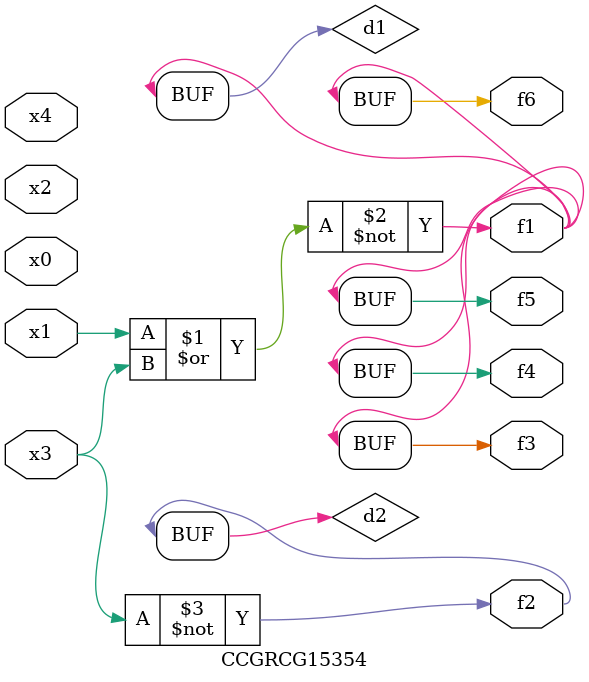
<source format=v>
module CCGRCG15354(
	input x0, x1, x2, x3, x4,
	output f1, f2, f3, f4, f5, f6
);

	wire d1, d2;

	nor (d1, x1, x3);
	not (d2, x3);
	assign f1 = d1;
	assign f2 = d2;
	assign f3 = d1;
	assign f4 = d1;
	assign f5 = d1;
	assign f6 = d1;
endmodule

</source>
